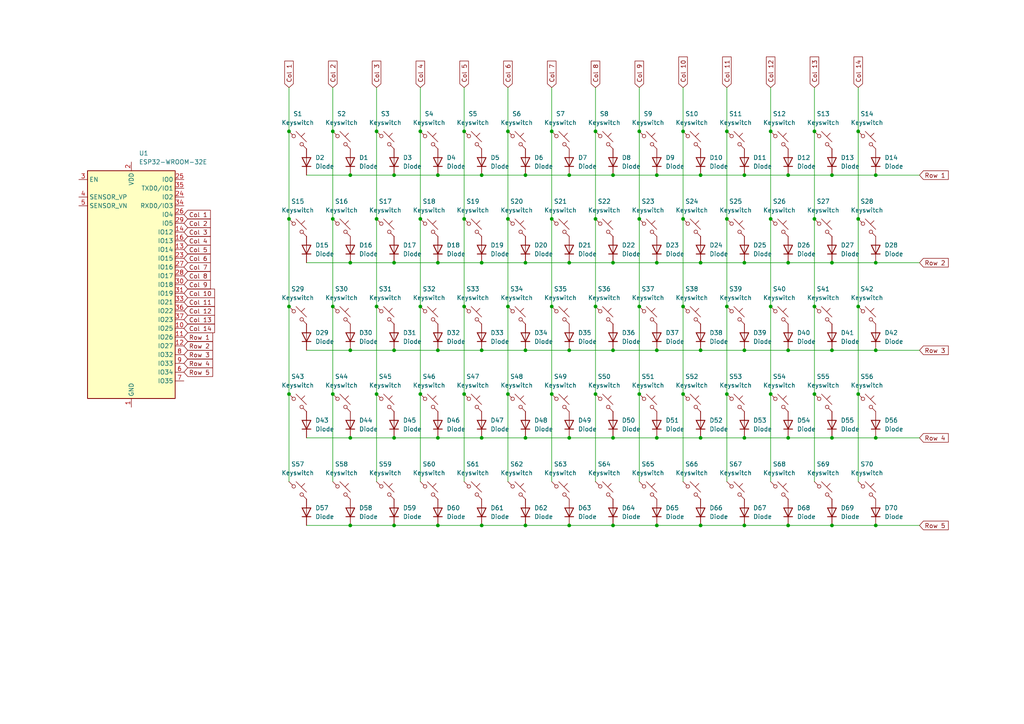
<source format=kicad_sch>
(kicad_sch (version 20231120) (generator "eeschema") (generator_version "8.0")
  (paper "A4")
  (junction (at 215.9 76.2))
  (junction (at 254 127))
  (junction (at 83.82 114.3))
  (junction (at 203.2 50.8))
  (junction (at 177.8 76.2))
  (junction (at 114.3 152.4))
  (junction (at 152.4 76.2))
  (junction (at 236.22 88.9))
  (junction (at 228.6 127))
  (junction (at 228.6 101.6))
  (junction (at 190.5 152.4))
  (junction (at 96.52 38.1))
  (junction (at 215.9 152.4))
  (junction (at 223.52 114.3))
  (junction (at 114.3 101.6))
  (junction (at 121.92 88.9))
  (junction (at 172.72 114.3))
  (junction (at 210.82 114.3))
  (junction (at 228.6 152.4))
  (junction (at 198.12 63.5))
  (junction (at 109.22 38.1))
  (junction (at 165.1 76.2))
  (junction (at 160.02 38.1))
  (junction (at 109.22 114.3))
  (junction (at 203.2 76.2))
  (junction (at 223.52 88.9))
  (junction (at 134.62 63.5))
  (junction (at 152.4 101.6))
  (junction (at 139.7 152.4))
  (junction (at 83.82 63.5))
  (junction (at 172.72 63.5))
  (junction (at 177.8 50.8))
  (junction (at 134.62 114.3))
  (junction (at 190.5 76.2))
  (junction (at 152.4 127))
  (junction (at 248.92 38.1))
  (junction (at 223.52 38.1))
  (junction (at 228.6 76.2))
  (junction (at 172.72 38.1))
  (junction (at 248.92 88.9))
  (junction (at 114.3 127))
  (junction (at 223.52 63.5))
  (junction (at 101.6 50.8))
  (junction (at 215.9 101.6))
  (junction (at 160.02 63.5))
  (junction (at 185.42 88.9))
  (junction (at 190.5 101.6))
  (junction (at 210.82 63.5))
  (junction (at 139.7 101.6))
  (junction (at 147.32 114.3))
  (junction (at 114.3 50.8))
  (junction (at 172.72 88.9))
  (junction (at 152.4 50.8))
  (junction (at 241.3 76.2))
  (junction (at 248.92 63.5))
  (junction (at 147.32 38.1))
  (junction (at 134.62 88.9))
  (junction (at 121.92 38.1))
  (junction (at 198.12 38.1))
  (junction (at 165.1 101.6))
  (junction (at 165.1 152.4))
  (junction (at 152.4 152.4))
  (junction (at 198.12 114.3))
  (junction (at 101.6 76.2))
  (junction (at 127 152.4))
  (junction (at 203.2 152.4))
  (junction (at 121.92 63.5))
  (junction (at 96.52 63.5))
  (junction (at 254 50.8))
  (junction (at 210.82 38.1))
  (junction (at 134.62 38.1))
  (junction (at 139.7 127))
  (junction (at 96.52 114.3))
  (junction (at 101.6 101.6))
  (junction (at 101.6 152.4))
  (junction (at 109.22 88.9))
  (junction (at 101.6 127))
  (junction (at 254 101.6))
  (junction (at 215.9 127))
  (junction (at 203.2 127))
  (junction (at 160.02 88.9))
  (junction (at 203.2 101.6))
  (junction (at 177.8 152.4))
  (junction (at 165.1 50.8))
  (junction (at 228.6 50.8))
  (junction (at 127 127))
  (junction (at 96.52 88.9))
  (junction (at 139.7 50.8))
  (junction (at 254 152.4))
  (junction (at 190.5 50.8))
  (junction (at 190.5 127))
  (junction (at 215.9 50.8))
  (junction (at 83.82 88.9))
  (junction (at 139.7 76.2))
  (junction (at 241.3 50.8))
  (junction (at 121.92 114.3))
  (junction (at 248.92 114.3))
  (junction (at 147.32 88.9))
  (junction (at 185.42 114.3))
  (junction (at 177.8 101.6))
  (junction (at 165.1 127))
  (junction (at 210.82 88.9))
  (junction (at 127 101.6))
  (junction (at 185.42 63.5))
  (junction (at 254 76.2))
  (junction (at 236.22 38.1))
  (junction (at 177.8 127))
  (junction (at 185.42 38.1))
  (junction (at 109.22 63.5))
  (junction (at 114.3 76.2))
  (junction (at 83.82 38.1))
  (junction (at 147.32 63.5))
  (junction (at 127 50.8))
  (junction (at 127 76.2))
  (junction (at 198.12 88.9))
  (junction (at 236.22 63.5))
  (junction (at 160.02 114.3))
  (junction (at 241.3 152.4))
  (junction (at 241.3 101.6))
  (junction (at 241.3 127))
  (junction (at 236.22 114.3))
  (wire (pts (xy 241.3 152.4) (xy 254 152.4)))
  (wire (pts (xy 210.82 63.5) (xy 210.82 88.9)))
  (wire (pts (xy 236.22 25.4) (xy 236.22 38.1)))
  (wire (pts (xy 177.8 101.6) (xy 190.5 101.6)))
  (wire (pts (xy 248.92 88.9) (xy 248.92 114.3)))
  (wire (pts (xy 101.6 50.8) (xy 114.3 50.8)))
  (wire (pts (xy 198.12 114.3) (xy 198.12 139.7)))
  (wire (pts (xy 96.52 25.4) (xy 96.52 38.1)))
  (wire (pts (xy 228.6 101.6) (xy 241.3 101.6)))
  (wire (pts (xy 83.82 114.3) (xy 83.82 139.7)))
  (wire (pts (xy 172.72 63.5) (xy 172.72 88.9)))
  (wire (pts (xy 152.4 127) (xy 165.1 127)))
  (wire (pts (xy 165.1 50.8) (xy 177.8 50.8)))
  (wire (pts (xy 165.1 127) (xy 177.8 127)))
  (wire (pts (xy 147.32 63.5) (xy 147.32 88.9)))
  (wire (pts (xy 215.9 101.6) (xy 228.6 101.6)))
  (wire (pts (xy 177.8 76.2) (xy 190.5 76.2)))
  (wire (pts (xy 114.3 101.6) (xy 127 101.6)))
  (wire (pts (xy 228.6 50.8) (xy 241.3 50.8)))
  (wire (pts (xy 109.22 63.5) (xy 109.22 88.9)))
  (wire (pts (xy 96.52 63.5) (xy 96.52 88.9)))
  (wire (pts (xy 248.92 25.4) (xy 248.92 38.1)))
  (wire (pts (xy 127 127) (xy 139.7 127)))
  (wire (pts (xy 210.82 114.3) (xy 210.82 139.7)))
  (wire (pts (xy 83.82 88.9) (xy 83.82 114.3)))
  (wire (pts (xy 254 127) (xy 266.7 127)))
  (wire (pts (xy 134.62 63.5) (xy 134.62 88.9)))
  (wire (pts (xy 127 101.6) (xy 139.7 101.6)))
  (wire (pts (xy 121.92 114.3) (xy 121.92 139.7)))
  (wire (pts (xy 185.42 63.5) (xy 185.42 88.9)))
  (wire (pts (xy 109.22 114.3) (xy 109.22 139.7)))
  (wire (pts (xy 139.7 76.2) (xy 152.4 76.2)))
  (wire (pts (xy 203.2 76.2) (xy 215.9 76.2)))
  (wire (pts (xy 228.6 152.4) (xy 241.3 152.4)))
  (wire (pts (xy 203.2 127) (xy 215.9 127)))
  (wire (pts (xy 114.3 127) (xy 127 127)))
  (wire (pts (xy 165.1 101.6) (xy 177.8 101.6)))
  (wire (pts (xy 241.3 76.2) (xy 254 76.2)))
  (wire (pts (xy 134.62 114.3) (xy 134.62 139.7)))
  (wire (pts (xy 241.3 101.6) (xy 254 101.6)))
  (wire (pts (xy 210.82 38.1) (xy 210.82 63.5)))
  (wire (pts (xy 88.9 50.8) (xy 101.6 50.8)))
  (wire (pts (xy 254 76.2) (xy 266.7 76.2)))
  (wire (pts (xy 139.7 152.4) (xy 152.4 152.4)))
  (wire (pts (xy 165.1 76.2) (xy 177.8 76.2)))
  (wire (pts (xy 236.22 114.3) (xy 236.22 139.7)))
  (wire (pts (xy 203.2 101.6) (xy 215.9 101.6)))
  (wire (pts (xy 236.22 63.5) (xy 236.22 88.9)))
  (wire (pts (xy 160.02 114.3) (xy 160.02 139.7)))
  (wire (pts (xy 210.82 88.9) (xy 210.82 114.3)))
  (wire (pts (xy 172.72 38.1) (xy 172.72 63.5)))
  (wire (pts (xy 172.72 114.3) (xy 172.72 139.7)))
  (wire (pts (xy 152.4 50.8) (xy 165.1 50.8)))
  (wire (pts (xy 228.6 127) (xy 241.3 127)))
  (wire (pts (xy 198.12 88.9) (xy 198.12 114.3)))
  (wire (pts (xy 215.9 76.2) (xy 228.6 76.2)))
  (wire (pts (xy 160.02 38.1) (xy 160.02 63.5)))
  (wire (pts (xy 121.92 63.5) (xy 121.92 88.9)))
  (wire (pts (xy 248.92 114.3) (xy 248.92 139.7)))
  (wire (pts (xy 109.22 88.9) (xy 109.22 114.3)))
  (wire (pts (xy 215.9 50.8) (xy 228.6 50.8)))
  (wire (pts (xy 228.6 76.2) (xy 241.3 76.2)))
  (wire (pts (xy 254 101.6) (xy 266.7 101.6)))
  (wire (pts (xy 147.32 88.9) (xy 147.32 114.3)))
  (wire (pts (xy 160.02 88.9) (xy 160.02 114.3)))
  (wire (pts (xy 223.52 88.9) (xy 223.52 114.3)))
  (wire (pts (xy 88.9 76.2) (xy 101.6 76.2)))
  (wire (pts (xy 254 152.4) (xy 266.7 152.4)))
  (wire (pts (xy 223.52 38.1) (xy 223.52 63.5)))
  (wire (pts (xy 96.52 114.3) (xy 96.52 139.7)))
  (wire (pts (xy 121.92 25.4) (xy 121.92 38.1)))
  (wire (pts (xy 248.92 63.5) (xy 248.92 88.9)))
  (wire (pts (xy 215.9 152.4) (xy 228.6 152.4)))
  (wire (pts (xy 88.9 127) (xy 101.6 127)))
  (wire (pts (xy 210.82 25.4) (xy 210.82 38.1)))
  (wire (pts (xy 134.62 88.9) (xy 134.62 114.3)))
  (wire (pts (xy 147.32 114.3) (xy 147.32 139.7)))
  (wire (pts (xy 96.52 88.9) (xy 96.52 114.3)))
  (wire (pts (xy 139.7 101.6) (xy 152.4 101.6)))
  (wire (pts (xy 127 152.4) (xy 139.7 152.4)))
  (wire (pts (xy 198.12 25.4) (xy 198.12 38.1)))
  (wire (pts (xy 185.42 88.9) (xy 185.42 114.3)))
  (wire (pts (xy 241.3 50.8) (xy 254 50.8)))
  (wire (pts (xy 190.5 127) (xy 203.2 127)))
  (wire (pts (xy 203.2 50.8) (xy 215.9 50.8)))
  (wire (pts (xy 177.8 152.4) (xy 190.5 152.4)))
  (wire (pts (xy 101.6 101.6) (xy 114.3 101.6)))
  (wire (pts (xy 236.22 38.1) (xy 236.22 63.5)))
  (wire (pts (xy 190.5 152.4) (xy 203.2 152.4)))
  (wire (pts (xy 241.3 127) (xy 254 127)))
  (wire (pts (xy 185.42 25.4) (xy 185.42 38.1)))
  (wire (pts (xy 177.8 127) (xy 190.5 127)))
  (wire (pts (xy 109.22 25.4) (xy 109.22 38.1)))
  (wire (pts (xy 147.32 25.4) (xy 147.32 38.1)))
  (wire (pts (xy 172.72 88.9) (xy 172.72 114.3)))
  (wire (pts (xy 198.12 63.5) (xy 198.12 88.9)))
  (wire (pts (xy 248.92 38.1) (xy 248.92 63.5)))
  (wire (pts (xy 172.72 25.4) (xy 172.72 38.1)))
  (wire (pts (xy 134.62 25.4) (xy 134.62 38.1)))
  (wire (pts (xy 215.9 127) (xy 228.6 127)))
  (wire (pts (xy 203.2 152.4) (xy 215.9 152.4)))
  (wire (pts (xy 147.32 38.1) (xy 147.32 63.5)))
  (wire (pts (xy 236.22 88.9) (xy 236.22 114.3)))
  (wire (pts (xy 152.4 152.4) (xy 165.1 152.4)))
  (wire (pts (xy 83.82 63.5) (xy 83.82 88.9)))
  (wire (pts (xy 190.5 101.6) (xy 203.2 101.6)))
  (wire (pts (xy 109.22 38.1) (xy 109.22 63.5)))
  (wire (pts (xy 114.3 76.2) (xy 127 76.2)))
  (wire (pts (xy 121.92 38.1) (xy 121.92 63.5)))
  (wire (pts (xy 223.52 114.3) (xy 223.52 139.7)))
  (wire (pts (xy 223.52 25.4) (xy 223.52 38.1)))
  (wire (pts (xy 83.82 25.4) (xy 83.82 38.1)))
  (wire (pts (xy 165.1 152.4) (xy 177.8 152.4)))
  (wire (pts (xy 88.9 152.4) (xy 101.6 152.4)))
  (wire (pts (xy 114.3 50.8) (xy 127 50.8)))
  (wire (pts (xy 190.5 50.8) (xy 203.2 50.8)))
  (wire (pts (xy 139.7 127) (xy 152.4 127)))
  (wire (pts (xy 152.4 76.2) (xy 165.1 76.2)))
  (wire (pts (xy 127 50.8) (xy 139.7 50.8)))
  (wire (pts (xy 139.7 50.8) (xy 152.4 50.8)))
  (wire (pts (xy 127 76.2) (xy 139.7 76.2)))
  (wire (pts (xy 198.12 38.1) (xy 198.12 63.5)))
  (wire (pts (xy 83.82 38.1) (xy 83.82 63.5)))
  (wire (pts (xy 101.6 127) (xy 114.3 127)))
  (wire (pts (xy 190.5 76.2) (xy 203.2 76.2)))
  (wire (pts (xy 160.02 25.4) (xy 160.02 38.1)))
  (wire (pts (xy 185.42 114.3) (xy 185.42 139.7)))
  (wire (pts (xy 114.3 152.4) (xy 127 152.4)))
  (wire (pts (xy 88.9 101.6) (xy 101.6 101.6)))
  (wire (pts (xy 152.4 101.6) (xy 165.1 101.6)))
  (wire (pts (xy 223.52 63.5) (xy 223.52 88.9)))
  (wire (pts (xy 96.52 38.1) (xy 96.52 63.5)))
  (wire (pts (xy 177.8 50.8) (xy 190.5 50.8)))
  (wire (pts (xy 160.02 63.5) (xy 160.02 88.9)))
  (wire (pts (xy 101.6 152.4) (xy 114.3 152.4)))
  (wire (pts (xy 254 50.8) (xy 266.7 50.8)))
  (wire (pts (xy 134.62 38.1) (xy 134.62 63.5)))
  (wire (pts (xy 185.42 38.1) (xy 185.42 63.5)))
  (wire (pts (xy 121.92 88.9) (xy 121.92 114.3)))
  (wire (pts (xy 101.6 76.2) (xy 114.3 76.2)))
  (global_label "Col 2" (shape input) (at 53.34 64.77 0) (property "Intersheetrefs" "${INTERSHEET_REFS}" (effects (hide yes))))
  (global_label "Col 12" (shape input) (at 53.34 90.17 0) (property "Intersheetrefs" "${INTERSHEET_REFS}" (effects (hide yes))))
  (global_label "Row 1" (shape input) (at 53.34 97.79 0) (property "Intersheetrefs" "${INTERSHEET_REFS}" (effects (hide yes))))
  (global_label "Col 5" (shape input) (at 53.34 72.39 0) (property "Intersheetrefs" "${INTERSHEET_REFS}" (effects (hide yes))))
  (global_label "Row 5" (shape input) (at 266.7 152.4 0) (property "Intersheetrefs" "${INTERSHEET_REFS}" (effects (hide yes))))
  (global_label "Row 3" (shape input) (at 53.34 102.87 0) (property "Intersheetrefs" "${INTERSHEET_REFS}" (effects (hide yes))))
  (global_label "Col 6" (shape input) (at 147.32 25.4 90) (property "Intersheetrefs" "${INTERSHEET_REFS}" (effects (hide yes))))
  (global_label "Col 6" (shape input) (at 53.34 74.93 0) (property "Intersheetrefs" "${INTERSHEET_REFS}" (effects (hide yes))))
  (global_label "Col 7" (shape input) (at 53.34 77.47 0) (property "Intersheetrefs" "${INTERSHEET_REFS}" (effects (hide yes))))
  (global_label "Col 3" (shape input) (at 109.22 25.4 90) (property "Intersheetrefs" "${INTERSHEET_REFS}" (effects (hide yes))))
  (global_label "Col 5" (shape input) (at 134.62 25.4 90) (property "Intersheetrefs" "${INTERSHEET_REFS}" (effects (hide yes))))
  (global_label "Row 4" (shape input) (at 53.34 105.41 0) (property "Intersheetrefs" "${INTERSHEET_REFS}" (effects (hide yes))))
  (global_label "Row 3" (shape input) (at 266.7 101.6 0) (property "Intersheetrefs" "${INTERSHEET_REFS}" (effects (hide yes))))
  (global_label "Col 13" (shape input) (at 236.22 25.4 90) (property "Intersheetrefs" "${INTERSHEET_REFS}" (effects (hide yes))))
  (global_label "Col 1" (shape input) (at 53.34 62.23 0) (property "Intersheetrefs" "${INTERSHEET_REFS}" (effects (hide yes))))
  (global_label "Col 10" (shape input) (at 53.34 85.09 0) (property "Intersheetrefs" "${INTERSHEET_REFS}" (effects (hide yes))))
  (global_label "Col 9" (shape input) (at 185.42 25.4 90) (property "Intersheetrefs" "${INTERSHEET_REFS}" (effects (hide yes))))
  (global_label "Col 2" (shape input) (at 96.52 25.4 90) (property "Intersheetrefs" "${INTERSHEET_REFS}" (effects (hide yes))))
  (global_label "Col 8" (shape input) (at 172.72 25.4 90) (property "Intersheetrefs" "${INTERSHEET_REFS}" (effects (hide yes))))
  (global_label "Col 9" (shape input) (at 53.34 82.55 0) (property "Intersheetrefs" "${INTERSHEET_REFS}" (effects (hide yes))))
  (global_label "Col 12" (shape input) (at 223.52 25.4 90) (property "Intersheetrefs" "${INTERSHEET_REFS}" (effects (hide yes))))
  (global_label "Col 7" (shape input) (at 160.02 25.4 90) (property "Intersheetrefs" "${INTERSHEET_REFS}" (effects (hide yes))))
  (global_label "Col 14" (shape input) (at 248.92 25.4 90) (property "Intersheetrefs" "${INTERSHEET_REFS}" (effects (hide yes))))
  (global_label "Row 5" (shape input) (at 53.34 107.95 0) (property "Intersheetrefs" "${INTERSHEET_REFS}" (effects (hide yes))))
  (global_label "Row 2" (shape input) (at 53.34 100.33 0) (property "Intersheetrefs" "${INTERSHEET_REFS}" (effects (hide yes))))
  (global_label "Row 1" (shape input) (at 266.7 50.8 0) (property "Intersheetrefs" "${INTERSHEET_REFS}" (effects (hide yes))))
  (global_label "Col 10" (shape input) (at 198.12 25.4 90) (property "Intersheetrefs" "${INTERSHEET_REFS}" (effects (hide yes))))
  (global_label "Row 2" (shape input) (at 266.7 76.2 0) (property "Intersheetrefs" "${INTERSHEET_REFS}" (effects (hide yes))))
  (global_label "Col 14" (shape input) (at 53.34 95.25 0) (property "Intersheetrefs" "${INTERSHEET_REFS}" (effects (hide yes))))
  (global_label "Row 4" (shape input) (at 266.7 127 0) (property "Intersheetrefs" "${INTERSHEET_REFS}" (effects (hide yes))))
  (global_label "Col 11" (shape input) (at 210.82 25.4 90) (property "Intersheetrefs" "${INTERSHEET_REFS}" (effects (hide yes))))
  (global_label "Col 1" (shape input) (at 83.82 25.4 90) (property "Intersheetrefs" "${INTERSHEET_REFS}" (effects (hide yes))))
  (global_label "Col 13" (shape input) (at 53.34 92.71 0) (property "Intersheetrefs" "${INTERSHEET_REFS}" (effects (hide yes))))
  (global_label "Col 3" (shape input) (at 53.34 67.31 0) (property "Intersheetrefs" "${INTERSHEET_REFS}" (effects (hide yes))))
  (global_label "Col 4" (shape input) (at 53.34 69.85 0) (property "Intersheetrefs" "${INTERSHEET_REFS}" (effects (hide yes))))
  (global_label "Col 8" (shape input) (at 53.34 80.01 0) (property "Intersheetrefs" "${INTERSHEET_REFS}" (effects (hide yes))))
  (global_label "Col 4" (shape input) (at 121.92 25.4 90) (property "Intersheetrefs" "${INTERSHEET_REFS}" (effects (hide yes))))
  (global_label "Col 11" (shape input) (at 53.34 87.63 0) (property "Intersheetrefs" "${INTERSHEET_REFS}" (effects (hide yes))))
  (symbol (lib_id "ScottoKeebs:Placeholder_Diode") (at 165.1 123.19 90) (unit 1)
    (property "Reference" "D49" (at 167.64 121.9199 90) (effects (justify right)))
    (property "Value" "Diode" (at 167.64 124.4599 90) (effects (justify right)))
    (property "Description" "1N4148 (DO-35) or 1N4148W (SOD-123)" (effects (hide yes)))
    (property "Sim.Device" "D" (effects (hide yes)))
    (property "Sim.Pins" "1=K 2=A" (effects (hide yes)))
  )
  (symbol (lib_id "ScottoKeebs:Placeholder_Diode") (at 228.6 123.19 90) (unit 1)
    (property "Reference" "D54" (at 231.14 121.9199 90) (effects (justify right)))
    (property "Value" "Diode" (at 231.14 124.4599 90) (effects (justify right)))
    (property "Description" "1N4148 (DO-35) or 1N4148W (SOD-123)" (effects (hide yes)))
    (property "Sim.Device" "D" (effects (hide yes)))
    (property "Sim.Pins" "1=K 2=A" (effects (hide yes)))
  )
  (symbol (lib_id "ScottoKeebs:Placeholder_Keyswitch") (at 213.36 66.04 0) (unit 1)
    (property "Reference" "S25" (at 213.36 58.42 0))
    (property "Value" "Keyswitch" (at 213.36 60.96 0))
    (property "Description" "Push button switch, normally open, two pins, 45° tilted" (effects (hide yes)))
  )
  (symbol (lib_id "ScottoKeebs:Placeholder_Diode") (at 241.3 97.79 90) (unit 1)
    (property "Reference" "D41" (at 243.84 96.5199 90) (effects (justify right)))
    (property "Value" "Diode" (at 243.84 99.0599 90) (effects (justify right)))
    (property "Description" "1N4148 (DO-35) or 1N4148W (SOD-123)" (effects (hide yes)))
    (property "Sim.Device" "D" (effects (hide yes)))
    (property "Sim.Pins" "1=K 2=A" (effects (hide yes)))
  )
  (symbol (lib_id "ScottoKeebs:Placeholder_Diode") (at 139.7 46.99 90) (unit 1)
    (property "Reference" "D5" (at 142.24 45.7199 90) (effects (justify right)))
    (property "Value" "Diode" (at 142.24 48.2599 90) (effects (justify right)))
    (property "Description" "1N4148 (DO-35) or 1N4148W (SOD-123)" (effects (hide yes)))
    (property "Sim.Device" "D" (effects (hide yes)))
    (property "Sim.Pins" "1=K 2=A" (effects (hide yes)))
  )
  (symbol (lib_id "ScottoKeebs:Placeholder_Diode") (at 88.9 72.39 90) (unit 1)
    (property "Reference" "D15" (at 91.44 71.1199 90) (effects (justify right)))
    (property "Value" "Diode" (at 91.44 73.6599 90) (effects (justify right)))
    (property "Description" "1N4148 (DO-35) or 1N4148W (SOD-123)" (effects (hide yes)))
    (property "Sim.Device" "D" (effects (hide yes)))
    (property "Sim.Pins" "1=K 2=A" (effects (hide yes)))
  )
  (symbol (lib_id "ScottoKeebs:Placeholder_Diode") (at 228.6 72.39 90) (unit 1)
    (property "Reference" "D26" (at 231.14 71.1199 90) (effects (justify right)))
    (property "Value" "Diode" (at 231.14 73.6599 90) (effects (justify right)))
    (property "Description" "1N4148 (DO-35) or 1N4148W (SOD-123)" (effects (hide yes)))
    (property "Sim.Device" "D" (effects (hide yes)))
    (property "Sim.Pins" "1=K 2=A" (effects (hide yes)))
  )
  (symbol (lib_id "ScottoKeebs:Placeholder_Keyswitch") (at 111.76 142.24 0) (unit 1)
    (property "Reference" "S59" (at 111.76 134.62 0))
    (property "Value" "Keyswitch" (at 111.76 137.16 0))
    (property "Description" "Push button switch, normally open, two pins, 45° tilted" (effects (hide yes)))
  )
  (symbol (lib_id "ScottoKeebs:Placeholder_Diode") (at 228.6 148.59 90) (unit 1)
    (property "Reference" "D68" (at 231.14 147.3199 90) (effects (justify right)))
    (property "Value" "Diode" (at 231.14 149.8599 90) (effects (justify right)))
    (property "Description" "1N4148 (DO-35) or 1N4148W (SOD-123)" (effects (hide yes)))
    (property "Sim.Device" "D" (effects (hide yes)))
    (property "Sim.Pins" "1=K 2=A" (effects (hide yes)))
  )
  (symbol (lib_id "ScottoKeebs:Placeholder_Diode") (at 177.8 97.79 90) (unit 1)
    (property "Reference" "D36" (at 180.34 96.5199 90) (effects (justify right)))
    (property "Value" "Diode" (at 180.34 99.0599 90) (effects (justify right)))
    (property "Description" "1N4148 (DO-35) or 1N4148W (SOD-123)" (effects (hide yes)))
    (property "Sim.Device" "D" (effects (hide yes)))
    (property "Sim.Pins" "1=K 2=A" (effects (hide yes)))
  )
  (symbol (lib_id "ScottoKeebs:Placeholder_Keyswitch") (at 226.06 66.04 0) (unit 1)
    (property "Reference" "S26" (at 226.06 58.42 0))
    (property "Value" "Keyswitch" (at 226.06 60.96 0))
    (property "Description" "Push button switch, normally open, two pins, 45° tilted" (effects (hide yes)))
  )
  (symbol (lib_id "ScottoKeebs:Placeholder_Keyswitch") (at 187.96 66.04 0) (unit 1)
    (property "Reference" "S23" (at 187.96 58.42 0))
    (property "Value" "Keyswitch" (at 187.96 60.96 0))
    (property "Description" "Push button switch, normally open, two pins, 45° tilted" (effects (hide yes)))
  )
  (symbol (lib_id "ScottoKeebs:Placeholder_Keyswitch") (at 124.46 116.84 0) (unit 1)
    (property "Reference" "S46" (at 124.46 109.22 0))
    (property "Value" "Keyswitch" (at 124.46 111.76 0))
    (property "Description" "Push button switch, normally open, two pins, 45° tilted" (effects (hide yes)))
  )
  (symbol (lib_id "ScottoKeebs:Placeholder_Keyswitch") (at 200.66 66.04 0) (unit 1)
    (property "Reference" "S24" (at 200.66 58.42 0))
    (property "Value" "Keyswitch" (at 200.66 60.96 0))
    (property "Description" "Push button switch, normally open, two pins, 45° tilted" (effects (hide yes)))
  )
  (symbol (lib_id "ScottoKeebs:Placeholder_Diode") (at 139.7 72.39 90) (unit 1)
    (property "Reference" "D19" (at 142.24 71.1199 90) (effects (justify right)))
    (property "Value" "Diode" (at 142.24 73.6599 90) (effects (justify right)))
    (property "Description" "1N4148 (DO-35) or 1N4148W (SOD-123)" (effects (hide yes)))
    (property "Sim.Device" "D" (effects (hide yes)))
    (property "Sim.Pins" "1=K 2=A" (effects (hide yes)))
  )
  (symbol (lib_id "ScottoKeebs:Placeholder_Keyswitch") (at 99.06 40.64 0) (unit 1)
    (property "Reference" "S2" (at 99.06 33.02 0))
    (property "Value" "Keyswitch" (at 99.06 35.56 0))
    (property "Description" "Push button switch, normally open, two pins, 45° tilted" (effects (hide yes)))
  )
  (symbol (lib_id "ScottoKeebs:Placeholder_Keyswitch") (at 86.36 142.24 0) (unit 1)
    (property "Reference" "S57" (at 86.36 134.62 0))
    (property "Value" "Keyswitch" (at 86.36 137.16 0))
    (property "Description" "Push button switch, normally open, two pins, 45° tilted" (effects (hide yes)))
  )
  (symbol (lib_id "ScottoKeebs:Placeholder_Diode") (at 152.4 46.99 90) (unit 1)
    (property "Reference" "D6" (at 154.94 45.7199 90) (effects (justify right)))
    (property "Value" "Diode" (at 154.94 48.2599 90) (effects (justify right)))
    (property "Description" "1N4148 (DO-35) or 1N4148W (SOD-123)" (effects (hide yes)))
    (property "Sim.Device" "D" (effects (hide yes)))
    (property "Sim.Pins" "1=K 2=A" (effects (hide yes)))
  )
  (symbol (lib_id "ScottoKeebs:Placeholder_Diode") (at 177.8 123.19 90) (unit 1)
    (property "Reference" "D50" (at 180.34 121.9199 90) (effects (justify right)))
    (property "Value" "Diode" (at 180.34 124.4599 90) (effects (justify right)))
    (property "Description" "1N4148 (DO-35) or 1N4148W (SOD-123)" (effects (hide yes)))
    (property "Sim.Device" "D" (effects (hide yes)))
    (property "Sim.Pins" "1=K 2=A" (effects (hide yes)))
  )
  (symbol (lib_id "ScottoKeebs:Placeholder_Diode") (at 101.6 148.59 90) (unit 1)
    (property "Reference" "D58" (at 104.14 147.3199 90) (effects (justify right)))
    (property "Value" "Diode" (at 104.14 149.8599 90) (effects (justify right)))
    (property "Description" "1N4148 (DO-35) or 1N4148W (SOD-123)" (effects (hide yes)))
    (property "Sim.Device" "D" (effects (hide yes)))
    (property "Sim.Pins" "1=K 2=A" (effects (hide yes)))
  )
  (symbol (lib_id "ScottoKeebs:Placeholder_Diode") (at 215.9 148.59 90) (unit 1)
    (property "Reference" "D67" (at 218.44 147.3199 90) (effects (justify right)))
    (property "Value" "Diode" (at 218.44 149.8599 90) (effects (justify right)))
    (property "Description" "1N4148 (DO-35) or 1N4148W (SOD-123)" (effects (hide yes)))
    (property "Sim.Device" "D" (effects (hide yes)))
    (property "Sim.Pins" "1=K 2=A" (effects (hide yes)))
  )
  (symbol (lib_id "ScottoKeebs:Placeholder_Keyswitch") (at 200.66 40.64 0) (unit 1)
    (property "Reference" "S10" (at 200.66 33.02 0))
    (property "Value" "Keyswitch" (at 200.66 35.56 0))
    (property "Description" "Push button switch, normally open, two pins, 45° tilted" (effects (hide yes)))
  )
  (symbol (lib_id "ScottoKeebs:Placeholder_Diode") (at 101.6 97.79 90) (unit 1)
    (property "Reference" "D30" (at 104.14 96.5199 90) (effects (justify right)))
    (property "Value" "Diode" (at 104.14 99.0599 90) (effects (justify right)))
    (property "Description" "1N4148 (DO-35) or 1N4148W (SOD-123)" (effects (hide yes)))
    (property "Sim.Device" "D" (effects (hide yes)))
    (property "Sim.Pins" "1=K 2=A" (effects (hide yes)))
  )
  (symbol (lib_id "ScottoKeebs:Placeholder_Diode") (at 152.4 148.59 90) (unit 1)
    (property "Reference" "D62" (at 154.94 147.3199 90) (effects (justify right)))
    (property "Value" "Diode" (at 154.94 149.8599 90) (effects (justify right)))
    (property "Description" "1N4148 (DO-35) or 1N4148W (SOD-123)" (effects (hide yes)))
    (property "Sim.Device" "D" (effects (hide yes)))
    (property "Sim.Pins" "1=K 2=A" (effects (hide yes)))
  )
  (symbol (lib_id "ScottoKeebs:Placeholder_Keyswitch") (at 149.86 142.24 0) (unit 1)
    (property "Reference" "S62" (at 149.86 134.62 0))
    (property "Value" "Keyswitch" (at 149.86 137.16 0))
    (property "Description" "Push button switch, normally open, two pins, 45° tilted" (effects (hide yes)))
  )
  (symbol (lib_id "ScottoKeebs:Placeholder_Keyswitch") (at 124.46 142.24 0) (unit 1)
    (property "Reference" "S60" (at 124.46 134.62 0))
    (property "Value" "Keyswitch" (at 124.46 137.16 0))
    (property "Description" "Push button switch, normally open, two pins, 45° tilted" (effects (hide yes)))
  )
  (symbol (lib_id "ScottoKeebs:Placeholder_Diode") (at 215.9 123.19 90) (unit 1)
    (property "Reference" "D53" (at 218.44 121.9199 90) (effects (justify right)))
    (property "Value" "Diode" (at 218.44 124.4599 90) (effects (justify right)))
    (property "Description" "1N4148 (DO-35) or 1N4148W (SOD-123)" (effects (hide yes)))
    (property "Sim.Device" "D" (effects (hide yes)))
    (property "Sim.Pins" "1=K 2=A" (effects (hide yes)))
  )
  (symbol (lib_id "ScottoKeebs:Placeholder_Keyswitch") (at 124.46 91.44 0) (unit 1)
    (property "Reference" "S32" (at 124.46 83.82 0))
    (property "Value" "Keyswitch" (at 124.46 86.36 0))
    (property "Description" "Push button switch, normally open, two pins, 45° tilted" (effects (hide yes)))
  )
  (symbol (lib_id "ScottoKeebs:Placeholder_Diode") (at 139.7 123.19 90) (unit 1)
    (property "Reference" "D47" (at 142.24 121.9199 90) (effects (justify right)))
    (property "Value" "Diode" (at 142.24 124.4599 90) (effects (justify right)))
    (property "Description" "1N4148 (DO-35) or 1N4148W (SOD-123)" (effects (hide yes)))
    (property "Sim.Device" "D" (effects (hide yes)))
    (property "Sim.Pins" "1=K 2=A" (effects (hide yes)))
  )
  (symbol (lib_id "ScottoKeebs:Placeholder_Keyswitch") (at 137.16 66.04 0) (unit 1)
    (property "Reference" "S19" (at 137.16 58.42 0))
    (property "Value" "Keyswitch" (at 137.16 60.96 0))
    (property "Description" "Push button switch, normally open, two pins, 45° tilted" (effects (hide yes)))
  )
  (symbol (lib_id "ScottoKeebs:Placeholder_Diode") (at 165.1 72.39 90) (unit 1)
    (property "Reference" "D21" (at 167.64 71.1199 90) (effects (justify right)))
    (property "Value" "Diode" (at 167.64 73.6599 90) (effects (justify right)))
    (property "Description" "1N4148 (DO-35) or 1N4148W (SOD-123)" (effects (hide yes)))
    (property "Sim.Device" "D" (effects (hide yes)))
    (property "Sim.Pins" "1=K 2=A" (effects (hide yes)))
  )
  (symbol (lib_id "ScottoKeebs:Placeholder_Diode") (at 241.3 46.99 90) (unit 1)
    (property "Reference" "D13" (at 243.84 45.7199 90) (effects (justify right)))
    (property "Value" "Diode" (at 243.84 48.2599 90) (effects (justify right)))
    (property "Description" "1N4148 (DO-35) or 1N4148W (SOD-123)" (effects (hide yes)))
    (property "Sim.Device" "D" (effects (hide yes)))
    (property "Sim.Pins" "1=K 2=A" (effects (hide yes)))
  )
  (symbol (lib_id "ScottoKeebs:Placeholder_Keyswitch") (at 238.76 40.64 0) (unit 1)
    (property "Reference" "S13" (at 238.76 33.02 0))
    (property "Value" "Keyswitch" (at 238.76 35.56 0))
    (property "Description" "Push button switch, normally open, two pins, 45° tilted" (effects (hide yes)))
  )
  (symbol (lib_id "ScottoKeebs:Placeholder_Diode") (at 139.7 97.79 90) (unit 1)
    (property "Reference" "D33" (at 142.24 96.5199 90) (effects (justify right)))
    (property "Value" "Diode" (at 142.24 99.0599 90) (effects (justify right)))
    (property "Description" "1N4148 (DO-35) or 1N4148W (SOD-123)" (effects (hide yes)))
    (property "Sim.Device" "D" (effects (hide yes)))
    (property "Sim.Pins" "1=K 2=A" (effects (hide yes)))
  )
  (symbol (lib_id "ScottoKeebs:Placeholder_Diode") (at 152.4 72.39 90) (unit 1)
    (property "Reference" "D20" (at 154.94 71.1199 90) (effects (justify right)))
    (property "Value" "Diode" (at 154.94 73.6599 90) (effects (justify right)))
    (property "Description" "1N4148 (DO-35) or 1N4148W (SOD-123)" (effects (hide yes)))
    (property "Sim.Device" "D" (effects (hide yes)))
    (property "Sim.Pins" "1=K 2=A" (effects (hide yes)))
  )
  (symbol (lib_id "ScottoKeebs:Placeholder_Keyswitch") (at 226.06 142.24 0) (unit 1)
    (property "Reference" "S68" (at 226.06 134.62 0))
    (property "Value" "Keyswitch" (at 226.06 137.16 0))
    (property "Description" "Push button switch, normally open, two pins, 45° tilted" (effects (hide yes)))
  )
  (symbol (lib_id "ScottoKeebs:Placeholder_Diode") (at 101.6 46.99 90) (unit 1)
    (property "Reference" "D1" (at 104.14 45.7199 90) (effects (justify right)))
    (property "Value" "Diode" (at 104.14 48.2599 90) (effects (justify right)))
    (property "Description" "1N4148 (DO-35) or 1N4148W (SOD-123)" (effects (hide yes)))
    (property "Sim.Device" "D" (effects (hide yes)))
    (property "Sim.Pins" "1=K 2=A" (effects (hide yes)))
  )
  (symbol (lib_id "ScottoKeebs:Placeholder_Keyswitch") (at 111.76 91.44 0) (unit 1)
    (property "Reference" "S31" (at 111.76 83.82 0))
    (property "Value" "Keyswitch" (at 111.76 86.36 0))
    (property "Description" "Push button switch, normally open, two pins, 45° tilted" (effects (hide yes)))
  )
  (symbol (lib_id "ScottoKeebs:Placeholder_Diode") (at 165.1 97.79 90) (unit 1)
    (property "Reference" "D35" (at 167.64 96.5199 90) (effects (justify right)))
    (property "Value" "Diode" (at 167.64 99.0599 90) (effects (justify right)))
    (property "Description" "1N4148 (DO-35) or 1N4148W (SOD-123)" (effects (hide yes)))
    (property "Sim.Device" "D" (effects (hide yes)))
    (property "Sim.Pins" "1=K 2=A" (effects (hide yes)))
  )
  (symbol (lib_id "ScottoKeebs:Placeholder_Keyswitch") (at 86.36 116.84 0) (unit 1)
    (property "Reference" "S43" (at 86.36 109.22 0))
    (property "Value" "Keyswitch" (at 86.36 111.76 0))
    (property "Description" "Push button switch, normally open, two pins, 45° tilted" (effects (hide yes)))
  )
  (symbol (lib_id "ScottoKeebs:Placeholder_Keyswitch") (at 238.76 142.24 0) (unit 1)
    (property "Reference" "S69" (at 238.76 134.62 0))
    (property "Value" "Keyswitch" (at 238.76 137.16 0))
    (property "Description" "Push button switch, normally open, two pins, 45° tilted" (effects (hide yes)))
  )
  (symbol (lib_id "ScottoKeebs:Placeholder_Diode") (at 190.5 97.79 90) (unit 1)
    (property "Reference" "D37" (at 193.04 96.5199 90) (effects (justify right)))
    (property "Value" "Diode" (at 193.04 99.0599 90) (effects (justify right)))
    (property "Description" "1N4148 (DO-35) or 1N4148W (SOD-123)" (effects (hide yes)))
    (property "Sim.Device" "D" (effects (hide yes)))
    (property "Sim.Pins" "1=K 2=A" (effects (hide yes)))
  )
  (symbol (lib_id "ScottoKeebs:Placeholder_Diode") (at 152.4 97.79 90) (unit 1)
    (property "Reference" "D34" (at 154.94 96.5199 90) (effects (justify right)))
    (property "Value" "Diode" (at 154.94 99.0599 90) (effects (justify right)))
    (property "Description" "1N4148 (DO-35) or 1N4148W (SOD-123)" (effects (hide yes)))
    (property "Sim.Device" "D" (effects (hide yes)))
    (property "Sim.Pins" "1=K 2=A" (effects (hide yes)))
  )
  (symbol (lib_id "ScottoKeebs:Placeholder_Keyswitch") (at 162.56 66.04 0) (unit 1)
    (property "Reference" "S21" (at 162.56 58.42 0))
    (property "Value" "Keyswitch" (at 162.56 60.96 0))
    (property "Description" "Push button switch, normally open, two pins, 45° tilted" (effects (hide yes)))
  )
  (symbol (lib_id "ScottoKeebs:Placeholder_Keyswitch") (at 251.46 66.04 0) (unit 1)
    (property "Reference" "S28" (at 251.46 58.42 0))
    (property "Value" "Keyswitch" (at 251.46 60.96 0))
    (property "Description" "Push button switch, normally open, two pins, 45° tilted" (effects (hide yes)))
  )
  (symbol (lib_id "ScottoKeebs:Placeholder_Diode") (at 203.2 46.99 90) (unit 1)
    (property "Reference" "D10" (at 205.74 45.7199 90) (effects (justify right)))
    (property "Value" "Diode" (at 205.74 48.2599 90) (effects (justify right)))
    (property "Description" "1N4148 (DO-35) or 1N4148W (SOD-123)" (effects (hide yes)))
    (property "Sim.Device" "D" (effects (hide yes)))
    (property "Sim.Pins" "1=K 2=A" (effects (hide yes)))
  )
  (symbol (lib_id "ScottoKeebs:Placeholder_Keyswitch") (at 111.76 116.84 0) (unit 1)
    (property "Reference" "S45" (at 111.76 109.22 0))
    (property "Value" "Keyswitch" (at 111.76 111.76 0))
    (property "Description" "Push button switch, normally open, two pins, 45° tilted" (effects (hide yes)))
  )
  (symbol (lib_id "ScottoKeebs:Placeholder_Keyswitch") (at 137.16 116.84 0) (unit 1)
    (property "Reference" "S47" (at 137.16 109.22 0))
    (property "Value" "Keyswitch" (at 137.16 111.76 0))
    (property "Description" "Push button switch, normally open, two pins, 45° tilted" (effects (hide yes)))
  )
  (symbol (lib_id "ScottoKeebs:Placeholder_Diode") (at 114.3 72.39 90) (unit 1)
    (property "Reference" "D17" (at 116.84 71.1199 90) (effects (justify right)))
    (property "Value" "Diode" (at 116.84 73.6599 90) (effects (justify right)))
    (property "Description" "1N4148 (DO-35) or 1N4148W (SOD-123)" (effects (hide yes)))
    (property "Sim.Device" "D" (effects (hide yes)))
    (property "Sim.Pins" "1=K 2=A" (effects (hide yes)))
  )
  (symbol (lib_id "ScottoKeebs:Placeholder_Keyswitch") (at 187.96 116.84 0) (unit 1)
    (property "Reference" "S51" (at 187.96 109.22 0))
    (property "Value" "Keyswitch" (at 187.96 111.76 0))
    (property "Description" "Push button switch, normally open, two pins, 45° tilted" (effects (hide yes)))
  )
  (symbol (lib_id "ScottoKeebs:Placeholder_Diode") (at 215.9 72.39 90) (unit 1)
    (property "Reference" "D25" (at 218.44 71.1199 90) (effects (justify right)))
    (property "Value" "Diode" (at 218.44 73.6599 90) (effects (justify right)))
    (property "Description" "1N4148 (DO-35) or 1N4148W (SOD-123)" (effects (hide yes)))
    (property "Sim.Device" "D" (effects (hide yes)))
    (property "Sim.Pins" "1=K 2=A" (effects (hide yes)))
  )
  (symbol (lib_id "ScottoKeebs:Placeholder_Keyswitch") (at 251.46 116.84 0) (unit 1)
    (property "Reference" "S56" (at 251.46 109.22 0))
    (property "Value" "Keyswitch" (at 251.46 111.76 0))
    (property "Description" "Push button switch, normally open, two pins, 45° tilted" (effects (hide yes)))
  )
  (symbol (lib_id "ScottoKeebs:Placeholder_Diode") (at 203.2 148.59 90) (unit 1)
    (property "Reference" "D66" (at 205.74 147.3199 90) (effects (justify right)))
    (property "Value" "Diode" (at 205.74 149.8599 90) (effects (justify right)))
    (property "Description" "1N4148 (DO-35) or 1N4148W (SOD-123)" (effects (hide yes)))
    (property "Sim.Device" "D" (effects (hide yes)))
    (property "Sim.Pins" "1=K 2=A" (effects (hide yes)))
  )
  (symbol (lib_id "ScottoKeebs:Placeholder_Diode") (at 228.6 97.79 90) (unit 1)
    (property "Reference" "D40" (at 231.14 96.5199 90) (effects (justify right)))
    (property "Value" "Diode" (at 231.14 99.0599 90) (effects (justify right)))
    (property "Description" "1N4148 (DO-35) or 1N4148W (SOD-123)" (effects (hide yes)))
    (property "Sim.Device" "D" (effects (hide yes)))
    (property "Sim.Pins" "1=K 2=A" (effects (hide yes)))
  )
  (symbol (lib_id "ScottoKeebs:Placeholder_Diode") (at 241.3 123.19 90) (unit 1)
    (property "Reference" "D55" (at 243.84 121.9199 90) (effects (justify right)))
    (property "Value" "Diode" (at 243.84 124.4599 90) (effects (justify right)))
    (property "Description" "1N4148 (DO-35) or 1N4148W (SOD-123)" (effects (hide yes)))
    (property "Sim.Device" "D" (effects (hide yes)))
    (property "Sim.Pins" "1=K 2=A" (effects (hide yes)))
  )
  (symbol (lib_id "ScottoKeebs:Placeholder_Diode") (at 165.1 46.99 90) (unit 1)
    (property "Reference" "D7" (at 167.64 45.7199 90) (effects (justify right)))
    (property "Value" "Diode" (at 167.64 48.2599 90) (effects (justify right)))
    (property "Description" "1N4148 (DO-35) or 1N4148W (SOD-123)" (effects (hide yes)))
    (property "Sim.Device" "D" (effects (hide yes)))
    (property "Sim.Pins" "1=K 2=A" (effects (hide yes)))
  )
  (symbol (lib_id "ScottoKeebs:Placeholder_Keyswitch") (at 99.06 142.24 0) (unit 1)
    (property "Reference" "S58" (at 99.06 134.62 0))
    (property "Value" "Keyswitch" (at 99.06 137.16 0))
    (property "Description" "Push button switch, normally open, two pins, 45° tilted" (effects (hide yes)))
  )
  (symbol (lib_id "ScottoKeebs:Placeholder_Keyswitch") (at 238.76 116.84 0) (unit 1)
    (property "Reference" "S55" (at 238.76 109.22 0))
    (property "Value" "Keyswitch" (at 238.76 111.76 0))
    (property "Description" "Push button switch, normally open, two pins, 45° tilted" (effects (hide yes)))
  )
  (symbol (lib_id "ScottoKeebs:Placeholder_Diode") (at 127 72.39 90) (unit 1)
    (property "Reference" "D18" (at 129.54 71.1199 90) (effects (justify right)))
    (property "Value" "Diode" (at 129.54 73.6599 90) (effects (justify right)))
    (property "Description" "1N4148 (DO-35) or 1N4148W (SOD-123)" (effects (hide yes)))
    (property "Sim.Device" "D" (effects (hide yes)))
    (property "Sim.Pins" "1=K 2=A" (effects (hide yes)))
  )
  (symbol (lib_id "ScottoKeebs:Placeholder_Diode") (at 127 123.19 90) (unit 1)
    (property "Reference" "D46" (at 129.54 121.9199 90) (effects (justify right)))
    (property "Value" "Diode" (at 129.54 124.4599 90) (effects (justify right)))
    (property "Description" "1N4148 (DO-35) or 1N4148W (SOD-123)" (effects (hide yes)))
    (property "Sim.Device" "D" (effects (hide yes)))
    (property "Sim.Pins" "1=K 2=A" (effects (hide yes)))
  )
  (symbol (lib_id "ScottoKeebs:Placeholder_Keyswitch") (at 162.56 40.64 0) (unit 1)
    (property "Reference" "S7" (at 162.56 33.02 0))
    (property "Value" "Keyswitch" (at 162.56 35.56 0))
    (property "Description" "Push button switch, normally open, two pins, 45° tilted" (effects (hide yes)))
  )
  (symbol (lib_id "ScottoKeebs:Placeholder_Keyswitch") (at 175.26 142.24 0) (unit 1)
    (property "Reference" "S64" (at 175.26 134.62 0))
    (property "Value" "Keyswitch" (at 175.26 137.16 0))
    (property "Description" "Push button switch, normally open, two pins, 45° tilted" (effects (hide yes)))
  )
  (symbol (lib_id "ScottoKeebs:Placeholder_Diode") (at 254 46.99 90) (unit 1)
    (property "Reference" "D14" (at 256.54 45.7199 90) (effects (justify right)))
    (property "Value" "Diode" (at 256.54 48.2599 90) (effects (justify right)))
    (property "Description" "1N4148 (DO-35) or 1N4148W (SOD-123)" (effects (hide yes)))
    (property "Sim.Device" "D" (effects (hide yes)))
    (property "Sim.Pins" "1=K 2=A" (effects (hide yes)))
  )
  (symbol (lib_id "ScottoKeebs:Placeholder_Keyswitch") (at 251.46 91.44 0) (unit 1)
    (property "Reference" "S42" (at 251.46 83.82 0))
    (property "Value" "Keyswitch" (at 251.46 86.36 0))
    (property "Description" "Push button switch, normally open, two pins, 45° tilted" (effects (hide yes)))
  )
  (symbol (lib_id "ScottoKeebs:Placeholder_Diode") (at 203.2 72.39 90) (unit 1)
    (property "Reference" "D24" (at 205.74 71.1199 90) (effects (justify right)))
    (property "Value" "Diode" (at 205.74 73.6599 90) (effects (justify right)))
    (property "Description" "1N4148 (DO-35) or 1N4148W (SOD-123)" (effects (hide yes)))
    (property "Sim.Device" "D" (effects (hide yes)))
    (property "Sim.Pins" "1=K 2=A" (effects (hide yes)))
  )
  (symbol (lib_id "ScottoKeebs:Placeholder_Diode") (at 101.6 72.39 90) (unit 1)
    (property "Reference" "D16" (at 104.14 71.1199 90) (effects (justify right)))
    (property "Value" "Diode" (at 104.14 73.6599 90) (effects (justify right)))
    (property "Description" "1N4148 (DO-35) or 1N4148W (SOD-123)" (effects (hide yes)))
    (property "Sim.Device" "D" (effects (hide yes)))
    (property "Sim.Pins" "1=K 2=A" (effects (hide yes)))
  )
  (symbol (lib_id "ScottoKeebs:Placeholder_Keyswitch") (at 149.86 91.44 0) (unit 1)
    (property "Reference" "S34" (at 149.86 83.82 0))
    (property "Value" "Keyswitch" (at 149.86 86.36 0))
    (property "Description" "Push button switch, normally open, two pins, 45° tilted" (effects (hide yes)))
  )
  (symbol (lib_id "ScottoKeebs:Placeholder_Diode") (at 203.2 123.19 90) (unit 1)
    (property "Reference" "D52" (at 205.74 121.9199 90) (effects (justify right)))
    (property "Value" "Diode" (at 205.74 124.4599 90) (effects (justify right)))
    (property "Description" "1N4148 (DO-35) or 1N4148W (SOD-123)" (effects (hide yes)))
    (property "Sim.Device" "D" (effects (hide yes)))
    (property "Sim.Pins" "1=K 2=A" (effects (hide yes)))
  )
  (symbol (lib_id "ScottoKeebs:Placeholder_Diode") (at 241.3 72.39 90) (unit 1)
    (property "Reference" "D27" (at 243.84 71.1199 90) (effects (justify right)))
    (property "Value" "Diode" (at 243.84 73.6599 90) (effects (justify right)))
    (property "Description" "1N4148 (DO-35) or 1N4148W (SOD-123)" (effects (hide yes)))
    (property "Sim.Device" "D" (effects (hide yes)))
    (property "Sim.Pins" "1=K 2=A" (effects (hide yes)))
  )
  (symbol (lib_id "ScottoKeebs:Placeholder_Diode") (at 254 123.19 90) (unit 1)
    (property "Reference" "D56" (at 256.54 121.9199 90) (effects (justify right)))
    (property "Value" "Diode" (at 256.54 124.4599 90) (effects (justify right)))
    (property "Description" "1N4148 (DO-35) or 1N4148W (SOD-123)" (effects (hide yes)))
    (property "Sim.Device" "D" (effects (hide yes)))
    (property "Sim.Pins" "1=K 2=A" (effects (hide yes)))
  )
  (symbol (lib_id "ScottoKeebs:Placeholder_Diode") (at 88.9 123.19 90) (unit 1)
    (property "Reference" "D43" (at 91.44 121.9199 90) (effects (justify right)))
    (property "Value" "Diode" (at 91.44 124.4599 90) (effects (justify right)))
    (property "Description" "1N4148 (DO-35) or 1N4148W (SOD-123)" (effects (hide yes)))
    (property "Sim.Device" "D" (effects (hide yes)))
    (property "Sim.Pins" "1=K 2=A" (effects (hide yes)))
  )
  (symbol (lib_id "ScottoKeebs:Placeholder_Keyswitch") (at 213.36 40.64 0) (unit 1)
    (property "Reference" "S11" (at 213.36 33.02 0))
    (property "Value" "Keyswitch" (at 213.36 35.56 0))
    (property "Description" "Push button switch, normally open, two pins, 45° tilted" (effects (hide yes)))
  )
  (symbol (lib_id "ScottoKeebs:Placeholder_Keyswitch") (at 175.26 40.64 0) (unit 1)
    (property "Reference" "S8" (at 175.26 33.02 0))
    (property "Value" "Keyswitch" (at 175.26 35.56 0))
    (property "Description" "Push button switch, normally open, two pins, 45° tilted" (effects (hide yes)))
  )
  (symbol (lib_id "ScottoKeebs:Placeholder_Diode") (at 114.3 97.79 90) (unit 1)
    (property "Reference" "D31" (at 116.84 96.5199 90) (effects (justify right)))
    (property "Value" "Diode" (at 116.84 99.0599 90) (effects (justify right)))
    (property "Description" "1N4148 (DO-35) or 1N4148W (SOD-123)" (effects (hide yes)))
    (property "Sim.Device" "D" (effects (hide yes)))
    (property "Sim.Pins" "1=K 2=A" (effects (hide yes)))
  )
  (symbol (lib_id "ScottoKeebs:Placeholder_Diode") (at 114.3 148.59 90) (unit 1)
    (property "Reference" "D59" (at 116.84 147.3199 90) (effects (justify right)))
    (property "Value" "Diode" (at 116.84 149.8599 90) (effects (justify right)))
    (property "Description" "1N4148 (DO-35) or 1N4148W (SOD-123)" (effects (hide yes)))
    (property "Sim.Device" "D" (effects (hide yes)))
    (property "Sim.Pins" "1=K 2=A" (effects (hide yes)))
  )
  (symbol (lib_id "ScottoKeebs:Placeholder_Diode") (at 139.7 148.59 90) (unit 1)
    (property "Reference" "D61" (at 142.24 147.3199 90) (effects (justify right)))
    (property "Value" "Diode" (at 142.24 149.8599 90) (effects (justify right)))
    (property "Description" "1N4148 (DO-35) or 1N4148W (SOD-123)" (effects (hide yes)))
    (property "Sim.Device" "D" (effects (hide yes)))
    (property "Sim.Pins" "1=K 2=A" (effects (hide yes)))
  )
  (symbol (lib_id "ScottoKeebs:Placeholder_Keyswitch") (at 99.06 66.04 0) (unit 1)
    (property "Reference" "S16" (at 99.06 58.42 0))
    (property "Value" "Keyswitch" (at 99.06 60.96 0))
    (property "Description" "Push button switch, normally open, two pins, 45° tilted" (effects (hide yes)))
  )
  (symbol (lib_id "ScottoKeebs:Placeholder_Diode") (at 177.8 46.99 90) (unit 1)
    (property "Reference" "D8" (at 180.34 45.7199 90) (effects (justify right)))
    (property "Value" "Diode" (at 180.34 48.2599 90) (effects (justify right)))
    (property "Description" "1N4148 (DO-35) or 1N4148W (SOD-123)" (effects (hide yes)))
    (property "Sim.Device" "D" (effects (hide yes)))
    (property "Sim.Pins" "1=K 2=A" (effects (hide yes)))
  )
  (symbol (lib_id "ScottoKeebs:Placeholder_Keyswitch") (at 137.16 40.64 0) (unit 1)
    (property "Reference" "S5" (at 137.16 33.02 0))
    (property "Value" "Keyswitch" (at 137.16 35.56 0))
    (property "Description" "Push button switch, normally open, two pins, 45° tilted" (effects (hide yes)))
  )
  (symbol (lib_id "ScottoKeebs:Placeholder_Keyswitch") (at 213.36 91.44 0) (unit 1)
    (property "Reference" "S39" (at 213.36 83.82 0))
    (property "Value" "Keyswitch" (at 213.36 86.36 0))
    (property "Description" "Push button switch, normally open, two pins, 45° tilted" (effects (hide yes)))
  )
  (symbol (lib_id "ScottoKeebs:Placeholder_Diode") (at 190.5 123.19 90) (unit 1)
    (property "Reference" "D51" (at 193.04 121.9199 90) (effects (justify right)))
    (property "Value" "Diode" (at 193.04 124.4599 90) (effects (justify right)))
    (property "Description" "1N4148 (DO-35) or 1N4148W (SOD-123)" (effects (hide yes)))
    (property "Sim.Device" "D" (effects (hide yes)))
    (property "Sim.Pins" "1=K 2=A" (effects (hide yes)))
  )
  (symbol (lib_id "ScottoKeebs:Placeholder_Keyswitch") (at 175.26 116.84 0) (unit 1)
    (property "Reference" "S50" (at 175.26 109.22 0))
    (property "Value" "Keyswitch" (at 175.26 111.76 0))
    (property "Description" "Push button switch, normally open, two pins, 45° tilted" (effects (hide yes)))
  )
  (symbol (lib_id "ScottoKeebs:Placeholder_Keyswitch") (at 187.96 40.64 0) (unit 1)
    (property "Reference" "S9" (at 187.96 33.02 0))
    (property "Value" "Keyswitch" (at 187.96 35.56 0))
    (property "Description" "Push button switch, normally open, two pins, 45° tilted" (effects (hide yes)))
  )
  (symbol (lib_id "ScottoKeebs:Placeholder_Diode") (at 152.4 123.19 90) (unit 1)
    (property "Reference" "D48" (at 154.94 121.9199 90) (effects (justify right)))
    (property "Value" "Diode" (at 154.94 124.4599 90) (effects (justify right)))
    (property "Description" "1N4148 (DO-35) or 1N4148W (SOD-123)" (effects (hide yes)))
    (property "Sim.Device" "D" (effects (hide yes)))
    (property "Sim.Pins" "1=K 2=A" (effects (hide yes)))
  )
  (symbol (lib_id "ScottoKeebs:Placeholder_Keyswitch") (at 149.86 66.04 0) (unit 1)
    (property "Reference" "S20" (at 149.86 58.42 0))
    (property "Value" "Keyswitch" (at 149.86 60.96 0))
    (property "Description" "Push button switch, normally open, two pins, 45° tilted" (effects (hide yes)))
  )
  (symbol (lib_id "ScottoKeebs:Placeholder_Keyswitch") (at 111.76 40.64 0) (unit 1)
    (property "Reference" "S3" (at 111.76 33.02 0))
    (property "Value" "Keyswitch" (at 111.76 35.56 0))
    (property "Description" "Push button switch, normally open, two pins, 45° tilted" (effects (hide yes)))
  )
  (symbol (lib_id "ScottoKeebs:Placeholder_Diode") (at 254 148.59 90) (unit 1)
    (property "Reference" "D70" (at 256.54 147.3199 90) (effects (justify right)))
    (property "Value" "Diode" (at 256.54 149.8599 90) (effects (justify right)))
    (property "Description" "1N4148 (DO-35) or 1N4148W (SOD-123)" (effects (hide yes)))
    (property "Sim.Device" "D" (effects (hide yes)))
    (property "Sim.Pins" "1=K 2=A" (effects (hide yes)))
  )
  (symbol (lib_id "ScottoKeebs:Placeholder_Keyswitch") (at 124.46 66.04 0) (unit 1)
    (property "Reference" "S18" (at 124.46 58.42 0))
    (property "Value" "Keyswitch" (at 124.46 60.96 0))
    (property "Description" "Push button switch, normally open, two pins, 45° tilted" (effects (hide yes)))
  )
  (symbol (lib_id "ScottoKeebs:Placeholder_Keyswitch") (at 226.06 116.84 0) (unit 1)
    (property "Reference" "S54" (at 226.06 109.22 0))
    (property "Value" "Keyswitch" (at 226.06 111.76 0))
    (property "Description" "Push button switch, normally open, two pins, 45° tilted" (effects (hide yes)))
  )
  (symbol (lib_id "ScottoKeebs:Placeholder_Keyswitch") (at 213.36 142.24 0) (unit 1)
    (property "Reference" "S67" (at 213.36 134.62 0))
    (property "Value" "Keyswitch" (at 213.36 137.16 0))
    (property "Description" "Push button switch, normally open, two pins, 45° tilted" (effects (hide yes)))
  )
  (symbol (lib_id "ScottoKeebs:Placeholder_Diode") (at 177.8 72.39 90) (unit 1)
    (property "Reference" "D22" (at 180.34 71.1199 90) (effects (justify right)))
    (property "Value" "Diode" (at 180.34 73.6599 90) (effects (justify right)))
    (property "Description" "1N4148 (DO-35) or 1N4148W (SOD-123)" (effects (hide yes)))
    (property "Sim.Device" "D" (effects (hide yes)))
    (property "Sim.Pins" "1=K 2=A" (effects (hide yes)))
  )
  (symbol (lib_id "ScottoKeebs:Placeholder_Diode") (at 190.5 46.99 90) (unit 1)
    (property "Reference" "D9" (at 193.04 45.7199 90) (effects (justify right)))
    (property "Value" "Diode" (at 193.04 48.2599 90) (effects (justify right)))
    (property "Description" "1N4148 (DO-35) or 1N4148W (SOD-123)" (effects (hide yes)))
    (property "Sim.Device" "D" (effects (hide yes)))
    (property "Sim.Pins" "1=K 2=A" (effects (hide yes)))
  )
  (symbol (lib_id "ScottoKeebs:Placeholder_Diode") (at 88.9 46.99 90) (unit 1)
    (property "Reference" "D2" (at 91.44 45.7199 90) (effects (justify right)))
    (property "Value" "Diode" (at 91.44 48.2599 90) (effects (justify right)))
    (property "Description" "1N4148 (DO-35) or 1N4148W (SOD-123)" (effects (hide yes)))
    (property "Sim.Device" "D" (effects (hide yes)))
    (property "Sim.Pins" "1=K 2=A" (effects (hide yes)))
  )
  (symbol (lib_id "ScottoKeebs:Placeholder_Keyswitch") (at 162.56 116.84 0) (unit 1)
    (property "Reference" "S49" (at 162.56 109.22 0))
    (property "Value" "Keyswitch" (at 162.56 111.76 0))
    (property "Description" "Push button switch, normally open, two pins, 45° tilted" (effects (hide yes)))
  )
  (symbol (lib_id "ScottoKeebs:Placeholder_Keyswitch") (at 137.16 142.24 0) (unit 1)
    (property "Reference" "S61" (at 137.16 134.62 0))
    (property "Value" "Keyswitch" (at 137.16 137.16 0))
    (property "Description" "Push button switch, normally open, two pins, 45° tilted" (effects (hide yes)))
  )
  (symbol (lib_id "ScottoKeebs:Placeholder_Keyswitch") (at 149.86 40.64 0) (unit 1)
    (property "Reference" "S6" (at 149.86 33.02 0))
    (property "Value" "Keyswitch" (at 149.86 35.56 0))
    (property "Description" "Push button switch, normally open, two pins, 45° tilted" (effects (hide yes)))
  )
  (symbol (lib_id "ScottoKeebs:Placeholder_Keyswitch") (at 187.96 91.44 0) (unit 1)
    (property "Reference" "S37" (at 187.96 83.82 0))
    (property "Value" "Keyswitch" (at 187.96 86.36 0))
    (property "Description" "Push button switch, normally open, two pins, 45° tilted" (effects (hide yes)))
  )
  (symbol (lib_id "ScottoKeebs:Placeholder_Keyswitch") (at 86.36 66.04 0) (unit 1)
    (property "Reference" "S15" (at 86.36 58.42 0))
    (property "Value" "Keyswitch" (at 86.36 60.96 0))
    (property "Description" "Push button switch, normally open, two pins, 45° tilted" (effects (hide yes)))
  )
  (symbol (lib_id "ScottoKeebs:Placeholder_Diode") (at 241.3 148.59 90) (unit 1)
    (property "Reference" "D69" (at 243.84 147.3199 90) (effects (justify right)))
    (property "Value" "Diode" (at 243.84 149.8599 90) (effects (justify right)))
    (property "Description" "1N4148 (DO-35) or 1N4148W (SOD-123)" (effects (hide yes)))
    (property "Sim.Device" "D" (effects (hide yes)))
    (property "Sim.Pins" "1=K 2=A" (effects (hide yes)))
  )
  (symbol (lib_id "ScottoKeebs:Placeholder_Diode") (at 177.8 148.59 90) (unit 1)
    (property "Reference" "D64" (at 180.34 147.3199 90) (effects (justify right)))
    (property "Value" "Diode" (at 180.34 149.8599 90) (effects (justify right)))
    (property "Description" "1N4148 (DO-35) or 1N4148W (SOD-123)" (effects (hide yes)))
    (property "Sim.Device" "D" (effects (hide yes)))
    (property "Sim.Pins" "1=K 2=A" (effects (hide yes)))
  )
  (symbol (lib_id "ScottoKeebs:Placeholder_Keyswitch") (at 86.36 91.44 0) (unit 1)
    (property "Reference" "S29" (at 86.36 83.82 0))
    (property "Value" "Keyswitch" (at 86.36 86.36 0))
    (property "Description" "Push button switch, normally open, two pins, 45° tilted" (effects (hide yes)))
  )
  (symbol (lib_id "ScottoKeebs:Placeholder_Keyswitch") (at 213.36 116.84 0) (unit 1)
    (property "Reference" "S53" (at 213.36 109.22 0))
    (property "Value" "Keyswitch" (at 213.36 111.76 0))
    (property "Description" "Push button switch, normally open, two pins, 45° tilted" (effects (hide yes)))
  )
  (symbol (lib_id "ScottoKeebs:Placeholder_Diode") (at 101.6 123.19 90) (unit 1)
    (property "Reference" "D44" (at 104.14 121.9199 90) (effects (justify right)))
    (property "Value" "Diode" (at 104.14 124.4599 90) (effects (justify right)))
    (property "Description" "1N4148 (DO-35) or 1N4148W (SOD-123)" (effects (hide yes)))
    (property "Sim.Device" "D" (effects (hide yes)))
    (property "Sim.Pins" "1=K 2=A" (effects (hide yes)))
  )
  (symbol (lib_id "ScottoKeebs:Placeholder_Diode") (at 190.5 72.39 90) (unit 1)
    (property "Reference" "D23" (at 193.04 71.1199 90) (effects (justify right)))
    (property "Value" "Diode" (at 193.04 73.6599 90) (effects (justify right)))
    (property "Description" "1N4148 (DO-35) or 1N4148W (SOD-123)" (effects (hide yes)))
    (property "Sim.Device" "D" (effects (hide yes)))
    (property "Sim.Pins" "1=K 2=A" (effects (hide yes)))
  )
  (symbol (lib_id "ScottoKeebs:Placeholder_Diode") (at 127 46.99 90) (unit 1)
    (property "Reference" "D4" (at 129.54 45.7199 90) (effects (justify right)))
    (property "Value" "Diode" (at 129.54 48.2599 90) (effects (justify right)))
    (property "Description" "1N4148 (DO-35) or 1N4148W (SOD-123)" (effects (hide yes)))
    (property "Sim.Device" "D" (effects (hide yes)))
    (property "Sim.Pins" "1=K 2=A" (effects (hide yes)))
  )
  (symbol (lib_id "ScottoKeebs:Placeholder_Diode") (at 254 72.39 90) (unit 1)
    (property "Reference" "D28" (at 256.54 71.1199 90) (effects (justify right)))
    (property "Value" "Diode" (at 256.54 73.6599 90) (effects (justify right)))
    (property "Description" "1N4148 (DO-35) or 1N4148W (SOD-123)" (effects (hide yes)))
    (property "Sim.Device" "D" (effects (hide yes)))
    (property "Sim.Pins" "1=K 2=A" (effects (hide yes)))
  )
  (symbol (lib_id "ScottoKeebs:Placeholder_Diode") (at 127 148.59 90) (unit 1)
    (property "Reference" "D60" (at 129.54 147.3199 90) (effects (justify right)))
    (property "Value" "Diode" (at 129.54 149.8599 90) (effects (justify right)))
    (property "Description" "1N4148 (DO-35) or 1N4148W (SOD-123)" (effects (hide yes)))
    (property "Sim.Device" "D" (effects (hide yes)))
    (property "Sim.Pins" "1=K 2=A" (effects (hide yes)))
  )
  (symbol (lib_id "ScottoKeebs:Placeholder_Diode") (at 88.9 148.59 90) (unit 1)
    (property "Reference" "D57" (at 91.44 147.3199 90) (effects (justify right)))
    (property "Value" "Diode" (at 91.44 149.8599 90) (effects (justify right)))
    (property "Description" "1N4148 (DO-35) or 1N4148W (SOD-123)" (effects (hide yes)))
    (property "Sim.Device" "D" (effects (hide yes)))
    (property "Sim.Pins" "1=K 2=A" (effects (hide yes)))
  )
  (symbol (lib_id "ScottoKeebs:Placeholder_Diode") (at 254 97.79 90) (unit 1)
    (property "Reference" "D42" (at 256.54 96.5199 90) (effects (justify right)))
    (property "Value" "Diode" (at 256.54 99.0599 90) (effects (justify right)))
    (property "Description" "1N4148 (DO-35) or 1N4148W (SOD-123)" (effects (hide yes)))
    (property "Sim.Device" "D" (effects (hide yes)))
    (property "Sim.Pins" "1=K 2=A" (effects (hide yes)))
  )
  (symbol (lib_id "ScottoKeebs:Placeholder_Diode") (at 165.1 148.59 90) (unit 1)
    (property "Reference" "D63" (at 167.64 147.3199 90) (effects (justify right)))
    (property "Value" "Diode" (at 167.64 149.8599 90) (effects (justify right)))
    (property "Description" "1N4148 (DO-35) or 1N4148W (SOD-123)" (effects (hide yes)))
    (property "Sim.Device" "D" (effects (hide yes)))
    (property "Sim.Pins" "1=K 2=A" (effects (hide yes)))
  )
  (symbol (lib_id "ScottoKeebs:Placeholder_Diode") (at 114.3 123.19 90) (unit 1)
    (property "Reference" "D45" (at 116.84 121.9199 90) (effects (justify right)))
    (property "Value" "Diode" (at 116.84 124.4599 90) (effects (justify right)))
    (property "Description" "1N4148 (DO-35) or 1N4148W (SOD-123)" (effects (hide yes)))
    (property "Sim.Device" "D" (effects (hide yes)))
    (property "Sim.Pins" "1=K 2=A" (effects (hide yes)))
  )
  (symbol (lib_id "ScottoKeebs:Placeholder_Keyswitch") (at 99.06 91.44 0) (unit 1)
    (property "Reference" "S30" (at 99.06 83.82 0))
    (property "Value" "Keyswitch" (at 99.06 86.36 0))
    (property "Description" "Push button switch, normally open, two pins, 45° tilted" (effects (hide yes)))
  )
  (symbol (lib_id "ScottoKeebs:Placeholder_Keyswitch") (at 226.06 40.64 0) (unit 1)
    (property "Reference" "S12" (at 226.06 33.02 0))
    (property "Value" "Keyswitch" (at 226.06 35.56 0))
    (property "Description" "Push button switch, normally open, two pins, 45° tilted" (effects (hide yes)))
  )
  (symbol (lib_id "ScottoKeebs:Placeholder_Keyswitch") (at 251.46 142.24 0) (unit 1)
    (property "Reference" "S70" (at 251.46 134.62 0))
    (property "Value" "Keyswitch" (at 251.46 137.16 0))
    (property "Description" "Push button switch, normally open, two pins, 45° tilted" (effects (hide yes)))
  )
  (symbol (lib_id "ScottoKeebs:Placeholder_Keyswitch") (at 200.66 91.44 0) (unit 1)
    (property "Reference" "S38" (at 200.66 83.82 0))
    (property "Value" "Keyswitch" (at 200.66 86.36 0))
    (property "Description" "Push button switch, normally open, two pins, 45° tilted" (effects (hide yes)))
  )
  (symbol (lib_id "ScottoKeebs:Placeholder_Keyswitch") (at 99.06 116.84 0) (unit 1)
    (property "Reference" "S44" (at 99.06 109.22 0))
    (property "Value" "Keyswitch" (at 99.06 111.76 0))
    (property "Description" "Push button switch, normally open, two pins, 45° tilted" (effects (hide yes)))
  )
  (symbol (lib_id "ScottoKeebs:Placeholder_Keyswitch") (at 86.36 40.64 0) (unit 1)
    (property "Reference" "S1" (at 86.36 33.02 0))
    (property "Value" "Keyswitch" (at 86.36 35.56 0))
    (property "Description" "Push button switch, normally open, two pins, 45° tilted" (effects (hide yes)))
  )
  (symbol (lib_id "ScottoKeebs:Placeholder_Diode") (at 215.9 46.99 90) (unit 1)
    (property "Reference" "D11" (at 218.44 45.7199 90) (effects (justify right)))
    (property "Value" "Diode" (at 218.44 48.2599 90) (effects (justify right)))
    (property "Description" "1N4148 (DO-35) or 1N4148W (SOD-123)" (effects (hide yes)))
    (property "Sim.Device" "D" (effects (hide yes)))
    (property "Sim.Pins" "1=K 2=A" (effects (hide yes)))
  )
  (symbol (lib_id "ScottoKeebs:Placeholder_Keyswitch") (at 124.46 40.64 0) (unit 1)
    (property "Reference" "S4" (at 124.46 33.02 0))
    (property "Value" "Keyswitch" (at 124.46 35.56 0))
    (property "Description" "Push button switch, normally open, two pins, 45° tilted" (effects (hide yes)))
  )
  (symbol (lib_id "ScottoKeebs:Placeholder_Keyswitch") (at 162.56 142.24 0) (unit 1)
    (property "Reference" "S63" (at 162.56 134.62 0))
    (property "Value" "Keyswitch" (at 162.56 137.16 0))
    (property "Description" "Push button switch, normally open, two pins, 45° tilted" (effects (hide yes)))
  )
  (symbol (lib_id "ScottoKeebs:Placeholder_Keyswitch") (at 175.26 66.04 0) (unit 1)
    (property "Reference" "S22" (at 175.26 58.42 0))
    (property "Value" "Keyswitch" (at 175.26 60.96 0))
    (property "Description" "Push button switch, normally open, two pins, 45° tilted" (effects (hide yes)))
  )
  (symbol (lib_id "ScottoKeebs:Placeholder_Keyswitch") (at 111.76 66.04 0) (unit 1)
    (property "Reference" "S17" (at 111.76 58.42 0))
    (property "Value" "Keyswitch" (at 111.76 60.96 0))
    (property "Description" "Push button switch, normally open, two pins, 45° tilted" (effects (hide yes)))
  )
  (symbol (lib_id "ScottoKeebs:Placeholder_Diode") (at 88.9 97.79 90) (unit 1)
    (property "Reference" "D29" (at 91.44 96.5199 90) (effects (justify right)))
    (property "Value" "Diode" (at 91.44 99.0599 90) (effects (justify right)))
    (property "Description" "1N4148 (DO-35) or 1N4148W (SOD-123)" (effects (hide yes)))
    (property "Sim.Device" "D" (effects (hide yes)))
    (property "Sim.Pins" "1=K 2=A" (effects (hide yes)))
  )
  (symbol (lib_id "ScottoKeebs:Placeholder_Keyswitch") (at 137.16 91.44 0) (unit 1)
    (property "Reference" "S33" (at 137.16 83.82 0))
    (property "Value" "Keyswitch" (at 137.16 86.36 0))
    (property "Description" "Push button switch, normally open, two pins, 45° tilted" (effects (hide yes)))
  )
  (symbol (lib_id "ScottoKeebs:Placeholder_Keyswitch") (at 200.66 142.24 0) (unit 1)
    (property "Reference" "S66" (at 200.66 134.62 0))
    (property "Value" "Keyswitch" (at 200.66 137.16 0))
    (property "Description" "Push button switch, normally open, two pins, 45° tilted" (effects (hide yes)))
  )
  (symbol (lib_id "ScottoKeebs:Placeholder_Keyswitch") (at 149.86 116.84 0) (unit 1)
    (property "Reference" "S48" (at 149.86 109.22 0))
    (property "Value" "Keyswitch" (at 149.86 111.76 0))
    (property "Description" "Push button switch, normally open, two pins, 45° tilted" (effects (hide yes)))
  )
  (symbol (lib_id "ScottoKeebs:Placeholder_Diode") (at 114.3 46.99 90) (unit 1)
    (property "Reference" "D3" (at 116.84 45.7199 90) (effects (justify right)))
    (property "Value" "Diode" (at 116.84 48.2599 90) (effects (justify right)))
    (property "Description" "1N4148 (DO-35) or 1N4148W (SOD-123)" (effects (hide yes)))
    (property "Sim.Device" "D" (effects (hide yes)))
    (property "Sim.Pins" "1=K 2=A" (effects (hide yes)))
  )
  (symbol (lib_id "ScottoKeebs:Placeholder_Keyswitch") (at 162.56 91.44 0) (unit 1)
    (property "Reference" "S35" (at 162.56 83.82 0))
    (property "Value" "Keyswitch" (at 162.56 86.36 0))
    (property "Description" "Push button switch, normally open, two pins, 45° tilted" (effects (hide yes)))
  )
  (symbol (lib_id "ScottoKeebs:Placeholder_Keyswitch") (at 187.96 142.24 0) (unit 1)
    (property "Reference" "S65" (at 187.96 134.62 0))
    (property "Value" "Keyswitch" (at 187.96 137.16 0))
    (property "Description" "Push button switch, normally open, two pins, 45° tilted" (effects (hide yes)))
  )
  (symbol (lib_id "ScottoKeebs:Placeholder_Keyswitch") (at 251.46 40.64 0) (unit 1)
    (property "Reference" "S14" (at 251.46 33.02 0))
    (property "Value" "Keyswitch" (at 251.46 35.56 0))
    (property "Description" "Push button switch, normally open, two pins, 45° tilted" (effects (hide yes)))
  )
  (symbol (lib_id "ScottoKeebs:Placeholder_Keyswitch") (at 175.26 91.44 0) (unit 1)
    (property "Reference" "S36" (at 175.26 83.82 0))
    (property "Value" "Keyswitch" (at 175.26 86.36 0))
    (property "Description" "Push button switch, normally open, two pins, 45° tilted" (effects (hide yes)))
  )
  (symbol (lib_id "ScottoKeebs:Placeholder_Keyswitch") (at 226.06 91.44 0) (unit 1)
    (property "Reference" "S40" (at 226.06 83.82 0))
    (property "Value" "Keyswitch" (at 226.06 86.36 0))
    (property "Description" "Push button switch, normally open, two pins, 45° tilted" (effects (hide yes)))
  )
  (symbol (lib_id "ScottoKeebs:Placeholder_Diode") (at 127 97.79 90) (unit 1)
    (property "Reference" "D32" (at 129.54 96.5199 90) (effects (justify right)))
    (property "Value" "Diode" (at 129.54 99.0599 90) (effects (justify right)))
    (property "Description" "1N4148 (DO-35) or 1N4148W (SOD-123)" (effects (hide yes)))
    (property "Sim.Device" "D" (effects (hide yes)))
    (property "Sim.Pins" "1=K 2=A" (effects (hide yes)))
  )
  (symbol (lib_id "RF_Module:ESP32-WROOM-32E") (at 38.1 82.55 0) (unit 1)
    (property "Reference" "U1" (at 40.2941 44.45 0) (effects (justify left)))
    (property "Value" "ESP32-WROOM-32E" (at 40.2941 46.99 0) (effects (justify left)))
    (property "Footprint" "RF_Module:ESP32-WROOM-32D" (effects (hide yes)))
    (property "Datasheet" "https://www.espressif.com/sites/default/files/documentation/esp32-wroom-32e_esp32-wroom-32ue_datasheet_en.pdf" (effects (hide yes)))
    (property "Description" "RF Module, ESP32-D0WD-V3 SoC, without PSRAM, Wi-Fi 802.11b/g/n, Bluetooth, BLE, 32-bit, 2.7-3.6V, onboard antenna, SMD" (effects (hide yes)))
  )
  (symbol (lib_id "ScottoKeebs:Placeholder_Keyswitch") (at 238.76 66.04 0) (unit 1)
    (property "Reference" "S27" (at 238.76 58.42 0))
    (property "Value" "Keyswitch" (at 238.76 60.96 0))
    (property "Description" "Push button switch, normally open, two pins, 45° tilted" (effects (hide yes)))
  )
  (symbol (lib_id "ScottoKeebs:Placeholder_Diode") (at 215.9 97.79 90) (unit 1)
    (property "Reference" "D39" (at 218.44 96.5199 90) (effects (justify right)))
    (property "Value" "Diode" (at 218.44 99.0599 90) (effects (justify right)))
    (property "Description" "1N4148 (DO-35) or 1N4148W (SOD-123)" (effects (hide yes)))
    (property "Sim.Device" "D" (effects (hide yes)))
    (property "Sim.Pins" "1=K 2=A" (effects (hide yes)))
  )
  (symbol (lib_id "ScottoKeebs:Placeholder_Keyswitch") (at 238.76 91.44 0) (unit 1)
    (property "Reference" "S41" (at 238.76 83.82 0))
    (property "Value" "Keyswitch" (at 238.76 86.36 0))
    (property "Description" "Push button switch, normally open, two pins, 45° tilted" (effects (hide yes)))
  )
  (symbol (lib_id "ScottoKeebs:Placeholder_Diode") (at 203.2 97.79 90) (unit 1)
    (property "Reference" "D38" (at 205.74 96.5199 90) (effects (justify right)))
    (property "Value" "Diode" (at 205.74 99.0599 90) (effects (justify right)))
    (property "Description" "1N4148 (DO-35) or 1N4148W (SOD-123)" (effects (hide yes)))
    (property "Sim.Device" "D" (effects (hide yes)))
    (property "Sim.Pins" "1=K 2=A" (effects (hide yes)))
  )
  (symbol (lib_id "ScottoKeebs:Placeholder_Diode") (at 190.5 148.59 90) (unit 1)
    (property "Reference" "D65" (at 193.04 147.3199 90) (effects (justify right)))
    (property "Value" "Diode" (at 193.04 149.8599 90) (effects (justify right)))
    (property "Description" "1N4148 (DO-35) or 1N4148W (SOD-123)" (effects (hide yes)))
    (property "Sim.Device" "D" (effects (hide yes)))
    (property "Sim.Pins" "1=K 2=A" (effects (hide yes)))
  )
  (symbol (lib_id "ScottoKeebs:Placeholder_Diode") (at 228.6 46.99 90) (unit 1)
    (property "Reference" "D12" (at 231.14 45.7199 90) (effects (justify right)))
    (property "Value" "Diode" (at 231.14 48.2599 90) (effects (justify right)))
    (property "Description" "1N4148 (DO-35) or 1N4148W (SOD-123)" (effects (hide yes)))
    (property "Sim.Device" "D" (effects (hide yes)))
    (property "Sim.Pins" "1=K 2=A" (effects (hide yes)))
  )
  (symbol (lib_id "ScottoKeebs:Placeholder_Keyswitch") (at 200.66 116.84 0) (unit 1)
    (property "Reference" "S52" (at 200.66 109.22 0))
    (property "Value" "Keyswitch" (at 200.66 111.76 0))
    (property "Description" "Push button switch, normally open, two pins, 45° tilted" (effects (hide yes)))
  )
)
</source>
